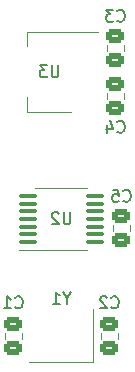
<source format=gbr>
%TF.GenerationSoftware,KiCad,Pcbnew,7.0.10*%
%TF.CreationDate,2024-02-12T16:57:49+10:00*%
%TF.ProjectId,devboard,64657662-6f61-4726-942e-6b696361645f,rev?*%
%TF.SameCoordinates,Original*%
%TF.FileFunction,Legend,Bot*%
%TF.FilePolarity,Positive*%
%FSLAX46Y46*%
G04 Gerber Fmt 4.6, Leading zero omitted, Abs format (unit mm)*
G04 Created by KiCad (PCBNEW 7.0.10) date 2024-02-12 16:57:49*
%MOMM*%
%LPD*%
G01*
G04 APERTURE LIST*
G04 Aperture macros list*
%AMRoundRect*
0 Rectangle with rounded corners*
0 $1 Rounding radius*
0 $2 $3 $4 $5 $6 $7 $8 $9 X,Y pos of 4 corners*
0 Add a 4 corners polygon primitive as box body*
4,1,4,$2,$3,$4,$5,$6,$7,$8,$9,$2,$3,0*
0 Add four circle primitives for the rounded corners*
1,1,$1+$1,$2,$3*
1,1,$1+$1,$4,$5*
1,1,$1+$1,$6,$7*
1,1,$1+$1,$8,$9*
0 Add four rect primitives between the rounded corners*
20,1,$1+$1,$2,$3,$4,$5,0*
20,1,$1+$1,$4,$5,$6,$7,0*
20,1,$1+$1,$6,$7,$8,$9,0*
20,1,$1+$1,$8,$9,$2,$3,0*%
G04 Aperture macros list end*
%ADD10C,0.150000*%
%ADD11C,0.120000*%
%ADD12R,1.700000X1.700000*%
%ADD13O,1.700000X1.700000*%
%ADD14C,1.600000*%
%ADD15C,0.650000*%
%ADD16O,1.000000X2.100000*%
%ADD17O,1.000000X1.800000*%
%ADD18RoundRect,0.100000X-0.637500X-0.100000X0.637500X-0.100000X0.637500X0.100000X-0.637500X0.100000X0*%
%ADD19R,2.100000X1.800000*%
%ADD20R,2.000000X1.500000*%
%ADD21R,2.000000X3.800000*%
%ADD22RoundRect,0.250000X-0.475000X0.337500X-0.475000X-0.337500X0.475000X-0.337500X0.475000X0.337500X0*%
%ADD23RoundRect,0.250000X0.475000X-0.337500X0.475000X0.337500X-0.475000X0.337500X-0.475000X-0.337500X0*%
G04 APERTURE END LIST*
D10*
X164591904Y-108674819D02*
X164591904Y-109484342D01*
X164591904Y-109484342D02*
X164544285Y-109579580D01*
X164544285Y-109579580D02*
X164496666Y-109627200D01*
X164496666Y-109627200D02*
X164401428Y-109674819D01*
X164401428Y-109674819D02*
X164210952Y-109674819D01*
X164210952Y-109674819D02*
X164115714Y-109627200D01*
X164115714Y-109627200D02*
X164068095Y-109579580D01*
X164068095Y-109579580D02*
X164020476Y-109484342D01*
X164020476Y-109484342D02*
X164020476Y-108674819D01*
X163591904Y-108770057D02*
X163544285Y-108722438D01*
X163544285Y-108722438D02*
X163449047Y-108674819D01*
X163449047Y-108674819D02*
X163210952Y-108674819D01*
X163210952Y-108674819D02*
X163115714Y-108722438D01*
X163115714Y-108722438D02*
X163068095Y-108770057D01*
X163068095Y-108770057D02*
X163020476Y-108865295D01*
X163020476Y-108865295D02*
X163020476Y-108960533D01*
X163020476Y-108960533D02*
X163068095Y-109103390D01*
X163068095Y-109103390D02*
X163639523Y-109674819D01*
X163639523Y-109674819D02*
X163020476Y-109674819D01*
X164306190Y-115929628D02*
X164306190Y-116405819D01*
X164639523Y-115405819D02*
X164306190Y-115929628D01*
X164306190Y-115929628D02*
X163972857Y-115405819D01*
X163115714Y-116405819D02*
X163687142Y-116405819D01*
X163401428Y-116405819D02*
X163401428Y-115405819D01*
X163401428Y-115405819D02*
X163496666Y-115548676D01*
X163496666Y-115548676D02*
X163591904Y-115643914D01*
X163591904Y-115643914D02*
X163687142Y-115691533D01*
X163575904Y-96228819D02*
X163575904Y-97038342D01*
X163575904Y-97038342D02*
X163528285Y-97133580D01*
X163528285Y-97133580D02*
X163480666Y-97181200D01*
X163480666Y-97181200D02*
X163385428Y-97228819D01*
X163385428Y-97228819D02*
X163194952Y-97228819D01*
X163194952Y-97228819D02*
X163099714Y-97181200D01*
X163099714Y-97181200D02*
X163052095Y-97133580D01*
X163052095Y-97133580D02*
X163004476Y-97038342D01*
X163004476Y-97038342D02*
X163004476Y-96228819D01*
X162623523Y-96228819D02*
X162004476Y-96228819D01*
X162004476Y-96228819D02*
X162337809Y-96609771D01*
X162337809Y-96609771D02*
X162194952Y-96609771D01*
X162194952Y-96609771D02*
X162099714Y-96657390D01*
X162099714Y-96657390D02*
X162052095Y-96705009D01*
X162052095Y-96705009D02*
X162004476Y-96800247D01*
X162004476Y-96800247D02*
X162004476Y-97038342D01*
X162004476Y-97038342D02*
X162052095Y-97133580D01*
X162052095Y-97133580D02*
X162099714Y-97181200D01*
X162099714Y-97181200D02*
X162194952Y-97228819D01*
X162194952Y-97228819D02*
X162480666Y-97228819D01*
X162480666Y-97228819D02*
X162575904Y-97181200D01*
X162575904Y-97181200D02*
X162623523Y-97133580D01*
X168060666Y-116691580D02*
X168108285Y-116739200D01*
X168108285Y-116739200D02*
X168251142Y-116786819D01*
X168251142Y-116786819D02*
X168346380Y-116786819D01*
X168346380Y-116786819D02*
X168489237Y-116739200D01*
X168489237Y-116739200D02*
X168584475Y-116643961D01*
X168584475Y-116643961D02*
X168632094Y-116548723D01*
X168632094Y-116548723D02*
X168679713Y-116358247D01*
X168679713Y-116358247D02*
X168679713Y-116215390D01*
X168679713Y-116215390D02*
X168632094Y-116024914D01*
X168632094Y-116024914D02*
X168584475Y-115929676D01*
X168584475Y-115929676D02*
X168489237Y-115834438D01*
X168489237Y-115834438D02*
X168346380Y-115786819D01*
X168346380Y-115786819D02*
X168251142Y-115786819D01*
X168251142Y-115786819D02*
X168108285Y-115834438D01*
X168108285Y-115834438D02*
X168060666Y-115882057D01*
X167679713Y-115882057D02*
X167632094Y-115834438D01*
X167632094Y-115834438D02*
X167536856Y-115786819D01*
X167536856Y-115786819D02*
X167298761Y-115786819D01*
X167298761Y-115786819D02*
X167203523Y-115834438D01*
X167203523Y-115834438D02*
X167155904Y-115882057D01*
X167155904Y-115882057D02*
X167108285Y-115977295D01*
X167108285Y-115977295D02*
X167108285Y-116072533D01*
X167108285Y-116072533D02*
X167155904Y-116215390D01*
X167155904Y-116215390D02*
X167727332Y-116786819D01*
X167727332Y-116786819D02*
X167108285Y-116786819D01*
X168568666Y-92434580D02*
X168616285Y-92482200D01*
X168616285Y-92482200D02*
X168759142Y-92529819D01*
X168759142Y-92529819D02*
X168854380Y-92529819D01*
X168854380Y-92529819D02*
X168997237Y-92482200D01*
X168997237Y-92482200D02*
X169092475Y-92386961D01*
X169092475Y-92386961D02*
X169140094Y-92291723D01*
X169140094Y-92291723D02*
X169187713Y-92101247D01*
X169187713Y-92101247D02*
X169187713Y-91958390D01*
X169187713Y-91958390D02*
X169140094Y-91767914D01*
X169140094Y-91767914D02*
X169092475Y-91672676D01*
X169092475Y-91672676D02*
X168997237Y-91577438D01*
X168997237Y-91577438D02*
X168854380Y-91529819D01*
X168854380Y-91529819D02*
X168759142Y-91529819D01*
X168759142Y-91529819D02*
X168616285Y-91577438D01*
X168616285Y-91577438D02*
X168568666Y-91625057D01*
X168235332Y-91529819D02*
X167616285Y-91529819D01*
X167616285Y-91529819D02*
X167949618Y-91910771D01*
X167949618Y-91910771D02*
X167806761Y-91910771D01*
X167806761Y-91910771D02*
X167711523Y-91958390D01*
X167711523Y-91958390D02*
X167663904Y-92006009D01*
X167663904Y-92006009D02*
X167616285Y-92101247D01*
X167616285Y-92101247D02*
X167616285Y-92339342D01*
X167616285Y-92339342D02*
X167663904Y-92434580D01*
X167663904Y-92434580D02*
X167711523Y-92482200D01*
X167711523Y-92482200D02*
X167806761Y-92529819D01*
X167806761Y-92529819D02*
X168092475Y-92529819D01*
X168092475Y-92529819D02*
X168187713Y-92482200D01*
X168187713Y-92482200D02*
X168235332Y-92434580D01*
X168568666Y-101832580D02*
X168616285Y-101880200D01*
X168616285Y-101880200D02*
X168759142Y-101927819D01*
X168759142Y-101927819D02*
X168854380Y-101927819D01*
X168854380Y-101927819D02*
X168997237Y-101880200D01*
X168997237Y-101880200D02*
X169092475Y-101784961D01*
X169092475Y-101784961D02*
X169140094Y-101689723D01*
X169140094Y-101689723D02*
X169187713Y-101499247D01*
X169187713Y-101499247D02*
X169187713Y-101356390D01*
X169187713Y-101356390D02*
X169140094Y-101165914D01*
X169140094Y-101165914D02*
X169092475Y-101070676D01*
X169092475Y-101070676D02*
X168997237Y-100975438D01*
X168997237Y-100975438D02*
X168854380Y-100927819D01*
X168854380Y-100927819D02*
X168759142Y-100927819D01*
X168759142Y-100927819D02*
X168616285Y-100975438D01*
X168616285Y-100975438D02*
X168568666Y-101023057D01*
X167711523Y-101261152D02*
X167711523Y-101927819D01*
X167949618Y-100880200D02*
X168187713Y-101594485D01*
X168187713Y-101594485D02*
X167568666Y-101594485D01*
X159932666Y-116691580D02*
X159980285Y-116739200D01*
X159980285Y-116739200D02*
X160123142Y-116786819D01*
X160123142Y-116786819D02*
X160218380Y-116786819D01*
X160218380Y-116786819D02*
X160361237Y-116739200D01*
X160361237Y-116739200D02*
X160456475Y-116643961D01*
X160456475Y-116643961D02*
X160504094Y-116548723D01*
X160504094Y-116548723D02*
X160551713Y-116358247D01*
X160551713Y-116358247D02*
X160551713Y-116215390D01*
X160551713Y-116215390D02*
X160504094Y-116024914D01*
X160504094Y-116024914D02*
X160456475Y-115929676D01*
X160456475Y-115929676D02*
X160361237Y-115834438D01*
X160361237Y-115834438D02*
X160218380Y-115786819D01*
X160218380Y-115786819D02*
X160123142Y-115786819D01*
X160123142Y-115786819D02*
X159980285Y-115834438D01*
X159980285Y-115834438D02*
X159932666Y-115882057D01*
X158980285Y-116786819D02*
X159551713Y-116786819D01*
X159265999Y-116786819D02*
X159265999Y-115786819D01*
X159265999Y-115786819D02*
X159361237Y-115929676D01*
X159361237Y-115929676D02*
X159456475Y-116024914D01*
X159456475Y-116024914D02*
X159551713Y-116072533D01*
X169076666Y-107674580D02*
X169124285Y-107722200D01*
X169124285Y-107722200D02*
X169267142Y-107769819D01*
X169267142Y-107769819D02*
X169362380Y-107769819D01*
X169362380Y-107769819D02*
X169505237Y-107722200D01*
X169505237Y-107722200D02*
X169600475Y-107626961D01*
X169600475Y-107626961D02*
X169648094Y-107531723D01*
X169648094Y-107531723D02*
X169695713Y-107341247D01*
X169695713Y-107341247D02*
X169695713Y-107198390D01*
X169695713Y-107198390D02*
X169648094Y-107007914D01*
X169648094Y-107007914D02*
X169600475Y-106912676D01*
X169600475Y-106912676D02*
X169505237Y-106817438D01*
X169505237Y-106817438D02*
X169362380Y-106769819D01*
X169362380Y-106769819D02*
X169267142Y-106769819D01*
X169267142Y-106769819D02*
X169124285Y-106817438D01*
X169124285Y-106817438D02*
X169076666Y-106865057D01*
X168171904Y-106769819D02*
X168648094Y-106769819D01*
X168648094Y-106769819D02*
X168695713Y-107246009D01*
X168695713Y-107246009D02*
X168648094Y-107198390D01*
X168648094Y-107198390D02*
X168552856Y-107150771D01*
X168552856Y-107150771D02*
X168314761Y-107150771D01*
X168314761Y-107150771D02*
X168219523Y-107198390D01*
X168219523Y-107198390D02*
X168171904Y-107246009D01*
X168171904Y-107246009D02*
X168124285Y-107341247D01*
X168124285Y-107341247D02*
X168124285Y-107579342D01*
X168124285Y-107579342D02*
X168171904Y-107674580D01*
X168171904Y-107674580D02*
X168219523Y-107722200D01*
X168219523Y-107722200D02*
X168314761Y-107769819D01*
X168314761Y-107769819D02*
X168552856Y-107769819D01*
X168552856Y-107769819D02*
X168648094Y-107722200D01*
X168648094Y-107722200D02*
X168695713Y-107674580D01*
D11*
%TO.C,U2*%
X163830000Y-106610000D02*
X161630000Y-106610000D01*
X163830000Y-106610000D02*
X166030000Y-106610000D01*
X163830000Y-111830000D02*
X160230000Y-111830000D01*
X163830000Y-111830000D02*
X166030000Y-111830000D01*
%TO.C,Y1*%
X166530000Y-121376000D02*
X161130000Y-121376000D01*
X166530000Y-116876000D02*
X166530000Y-121376000D01*
%TO.C,U3*%
X166914000Y-93364000D02*
X160904000Y-93364000D01*
X164664000Y-100184000D02*
X160904000Y-100184000D01*
X160904000Y-100184000D02*
X160904000Y-98924000D01*
X160904000Y-93364000D02*
X160904000Y-94624000D01*
%TO.C,C2*%
X168629000Y-118864748D02*
X168629000Y-119387252D01*
X167159000Y-118864748D02*
X167159000Y-119387252D01*
%TO.C,C3*%
X169137000Y-94480748D02*
X169137000Y-95003252D01*
X167667000Y-94480748D02*
X167667000Y-95003252D01*
%TO.C,C4*%
X169137000Y-98544748D02*
X169137000Y-99067252D01*
X167667000Y-98544748D02*
X167667000Y-99067252D01*
%TO.C,C1*%
X159031000Y-119387252D02*
X159031000Y-118864748D01*
X160501000Y-119387252D02*
X160501000Y-118864748D01*
%TO.C,C5*%
X168175000Y-110243252D02*
X168175000Y-109720748D01*
X169645000Y-110243252D02*
X169645000Y-109720748D01*
%TD*%
%LPC*%
D12*
%TO.C,J4*%
X175260000Y-91445000D03*
D13*
X175260000Y-93985000D03*
X175260000Y-96525000D03*
X175260000Y-99065000D03*
X175260000Y-101605000D03*
X175260000Y-104145000D03*
X175260000Y-106685000D03*
X175260000Y-109225000D03*
X175260000Y-111765000D03*
X175260000Y-114305000D03*
X175260000Y-116845000D03*
X175260000Y-119385000D03*
X175260000Y-121925000D03*
X175260000Y-124465000D03*
X175260000Y-127005000D03*
%TD*%
D12*
%TO.C,J2*%
X161305000Y-127005000D03*
D13*
X161305000Y-124465000D03*
X163845000Y-127005000D03*
X163845000Y-124465000D03*
X166385000Y-127005000D03*
X166385000Y-124465000D03*
%TD*%
D14*
%TO.C,SW3*%
X152400000Y-85852000D03*
X152400000Y-83312000D03*
X152400000Y-80772000D03*
%TD*%
%TO.C,SW2*%
X175260000Y-85852000D03*
X175260000Y-83312000D03*
X175260000Y-80772000D03*
%TD*%
D12*
%TO.C,J3*%
X152400000Y-91445000D03*
D13*
X152400000Y-93985000D03*
X152400000Y-96525000D03*
X152400000Y-99065000D03*
X152400000Y-101605000D03*
X152400000Y-104145000D03*
X152400000Y-106685000D03*
X152400000Y-109225000D03*
X152400000Y-111765000D03*
X152400000Y-114305000D03*
X152400000Y-116845000D03*
X152400000Y-119385000D03*
X152400000Y-121925000D03*
X152400000Y-124465000D03*
X152400000Y-127005000D03*
%TD*%
D15*
%TO.C,J1*%
X166720000Y-84393000D03*
X160940000Y-84393000D03*
D16*
X168150000Y-84893000D03*
D17*
X168150000Y-80713000D03*
D16*
X159510000Y-84893000D03*
D17*
X159510000Y-80713000D03*
%TD*%
D18*
%TO.C,U2*%
X160967500Y-111170000D03*
X160967500Y-110520000D03*
X160967500Y-109870000D03*
X160967500Y-109220000D03*
X160967500Y-108570000D03*
X160967500Y-107920000D03*
X160967500Y-107270000D03*
X166692500Y-107270000D03*
X166692500Y-107920000D03*
X166692500Y-108570000D03*
X166692500Y-109220000D03*
X166692500Y-109870000D03*
X166692500Y-110520000D03*
X166692500Y-111170000D03*
%TD*%
D19*
%TO.C,Y1*%
X165280000Y-120276000D03*
X162380000Y-120276000D03*
X162380000Y-117976000D03*
X165280000Y-117976000D03*
%TD*%
D20*
%TO.C,U3*%
X165964000Y-94474000D03*
X165964000Y-96774000D03*
D21*
X159664000Y-96774000D03*
D20*
X165964000Y-99074000D03*
%TD*%
D22*
%TO.C,C2*%
X167894000Y-118088500D03*
X167894000Y-120163500D03*
%TD*%
%TO.C,C3*%
X168402000Y-93704500D03*
X168402000Y-95779500D03*
%TD*%
%TO.C,C4*%
X168402000Y-97768500D03*
X168402000Y-99843500D03*
%TD*%
D23*
%TO.C,C1*%
X159766000Y-120163500D03*
X159766000Y-118088500D03*
%TD*%
%TO.C,C5*%
X168910000Y-111019500D03*
X168910000Y-108944500D03*
%TD*%
%LPD*%
M02*

</source>
